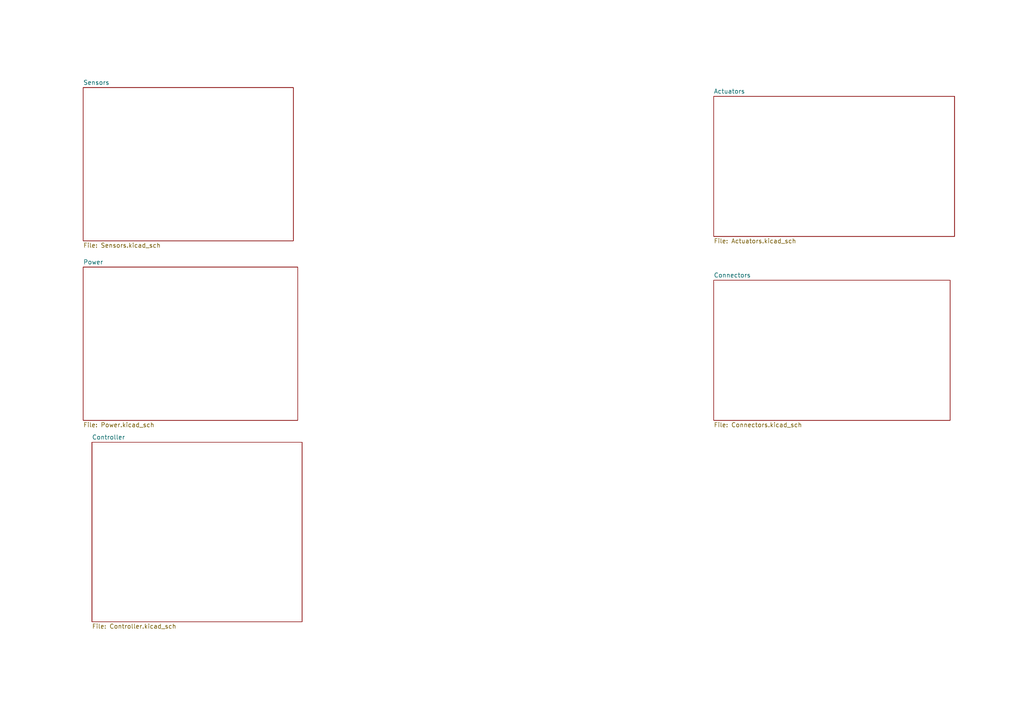
<source format=kicad_sch>
(kicad_sch
	(version 20231120)
	(generator "eeschema")
	(generator_version "8.0")
	(uuid "055e7171-e611-4dda-a539-d65a04d953db")
	(paper "A4")
	(title_block
		(date "2025-12-28")
		(rev "1.0.0")
	)
	(lib_symbols)
	(sheet
		(at 24.13 25.4)
		(size 60.96 44.45)
		(fields_autoplaced yes)
		(stroke
			(width 0.1524)
			(type solid)
		)
		(fill
			(color 0 0 0 0.0000)
		)
		(uuid "9d981be7-bcb1-403e-8522-ee83c4652267")
		(property "Sheetname" "Sensors"
			(at 24.13 24.6884 0)
			(effects
				(font
					(size 1.27 1.27)
				)
				(justify left bottom)
			)
		)
		(property "Sheetfile" "Sensors.kicad_sch"
			(at 24.13 70.4346 0)
			(effects
				(font
					(size 1.27 1.27)
				)
				(justify left top)
			)
		)
		(instances
			(project "exhaust-fan-portable"
				(path "/055e7171-e611-4dda-a539-d65a04d953db"
					(page "3")
				)
			)
		)
	)
	(sheet
		(at 26.67 128.27)
		(size 60.96 52.07)
		(fields_autoplaced yes)
		(stroke
			(width 0.1524)
			(type solid)
		)
		(fill
			(color 0 0 0 0.0000)
		)
		(uuid "a42efd4a-2c47-4fb0-a7f5-fa4a124152b0")
		(property "Sheetname" "Controller"
			(at 26.67 127.5584 0)
			(effects
				(font
					(size 1.27 1.27)
				)
				(justify left bottom)
			)
		)
		(property "Sheetfile" "Controller.kicad_sch"
			(at 26.67 180.9246 0)
			(effects
				(font
					(size 1.27 1.27)
				)
				(justify left top)
			)
		)
		(instances
			(project "exhaust-fan-portable"
				(path "/055e7171-e611-4dda-a539-d65a04d953db"
					(page "2")
				)
			)
		)
	)
	(sheet
		(at 207.01 27.94)
		(size 69.85 40.64)
		(fields_autoplaced yes)
		(stroke
			(width 0.1524)
			(type solid)
		)
		(fill
			(color 0 0 0 0.0000)
		)
		(uuid "aa570b2b-74e0-4447-a4ff-c44edd62211b")
		(property "Sheetname" "Actuators"
			(at 207.01 27.2284 0)
			(effects
				(font
					(size 1.27 1.27)
				)
				(justify left bottom)
			)
		)
		(property "Sheetfile" "Actuators.kicad_sch"
			(at 207.01 69.1646 0)
			(effects
				(font
					(size 1.27 1.27)
				)
				(justify left top)
			)
		)
		(instances
			(project "exhaust-fan-portable"
				(path "/055e7171-e611-4dda-a539-d65a04d953db"
					(page "5")
				)
			)
		)
	)
	(sheet
		(at 24.13 77.47)
		(size 62.23 44.45)
		(fields_autoplaced yes)
		(stroke
			(width 0.1524)
			(type solid)
		)
		(fill
			(color 0 0 0 0.0000)
		)
		(uuid "e6f54a4e-e20c-4741-b880-e5ee206a27c1")
		(property "Sheetname" "Power"
			(at 24.13 76.7584 0)
			(effects
				(font
					(size 1.27 1.27)
				)
				(justify left bottom)
			)
		)
		(property "Sheetfile" "Power.kicad_sch"
			(at 24.13 122.5046 0)
			(effects
				(font
					(size 1.27 1.27)
				)
				(justify left top)
			)
		)
		(instances
			(project "exhaust-fan-portable"
				(path "/055e7171-e611-4dda-a539-d65a04d953db"
					(page "4")
				)
			)
		)
	)
	(sheet
		(at 207.01 81.28)
		(size 68.58 40.64)
		(fields_autoplaced yes)
		(stroke
			(width 0.1524)
			(type solid)
		)
		(fill
			(color 0 0 0 0.0000)
		)
		(uuid "efa8f2f6-b6f3-4c95-9715-01f4d6b73448")
		(property "Sheetname" "Connectors"
			(at 207.01 80.5684 0)
			(effects
				(font
					(size 1.27 1.27)
				)
				(justify left bottom)
			)
		)
		(property "Sheetfile" "Connectors.kicad_sch"
			(at 207.01 122.5046 0)
			(effects
				(font
					(size 1.27 1.27)
				)
				(justify left top)
			)
		)
		(instances
			(project "exhaust-fan-portable"
				(path "/055e7171-e611-4dda-a539-d65a04d953db"
					(page "6")
				)
			)
		)
	)
	(sheet_instances
		(path "/"
			(page "1")
		)
	)
)

</source>
